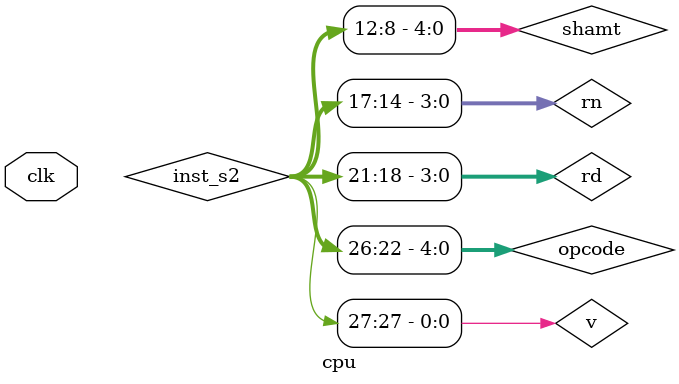
<source format=v>
/*
 * cpu. - five stage MIPS CPU.
 *
 * Many variables (wires) pass through several stages.
 * The naming convention used for each stage is
 * accomplished by appending the stage number (_s<num>).
 * For example the variable named "data" which is
 * in stage 2 and stage 3 would be named as follows.
 *
 * wire data_s2;
 * wire data_s3;
 *	
 * If the stage number is omitted it is assumed to
 * be at the stage at which the variable is first
 * established.
 */

`include "regr.v"
`include "im.v"
`include "regm.v"
`include "control.v"
`include "alu_8.v"
`include "alu_32.v"
`include "dm.v"

`ifndef DEBUG_CPU_STAGES
`define DEBUG_CPU_STAGES 0
`endif

module cpu(
		input wire clk);

	parameter NMEM = 20;  // number in instruction memory
	parameter IM_DATA = "im_data.txt";

	// {{{ diagnostic outputs
	initial begin
		if (`DEBUG_CPU_STAGES) begin
			$display("if_pc,    if_instr, id_regrs, id_regrt, ex_alua,  ex_alub,  ex_aluctl, mem_memdata, mem_memread, mem_memwrite, wb_regdata, wb_regwrite");
			$monitor("%x, %x, %x, %x, %x, %x, %x,         %x,    %x,           %x,            %x,   %x",
					pc,				/* if_pc */
					inst,			/* if_instr */
					data1,			/* id_regrs */
					data2,			/* id_regrt */
					data1_s3,		/* data1_s3 */
					alusrc_data2,	/* alusrc_data2 */
					aluctl,			/* ex_aluctl */
					data2_s4,		/* mem_memdata */
					memread_s4,		/* mem_memread */
					memwrite_s4,	/* mem_memwrite */
					wrdata_s5,		/* wb_regdata */
					regwrite_s5		/* wb_regwrite */
				);
		end
	end
	// }}}

	// {{{ flush control
	reg flush_s1, flush_s2, flush_s3;
	always @(*) begin
		flush_s1 <= 1'b0;
		flush_s2 <= 1'b0;
		flush_s3 <= 1'b0;
		if (jump_s4) begin
			flush_s1 <= 1'b1;
			flush_s2 <= 1'b1;
			flush_s3 <= 1'b1;
		end
	end
	// }}}

	// {{{ stage 1, IF (fetch)

	reg  [31:0] pc;
	initial begin
		pc <= 32'd0;
	end

	wire [31:0] pc4;  // PC + 4
	assign pc4 = pc + 4;

	always @(posedge clk) begin
		if (jump_s4 && zero_s4)
			pc <=  jaddr_s4;
		if (stall_s1_s2) 
			pc <= pc;
		else
			pc <= pc4;
	end

	// pass PC + 4 to stage 2
	wire [31:0] pc4_s2;
	regr #(.N(32)) regr_pc4_s2(.clk(clk),
						.hold(stall_s1_s2), .clear(flush_s1),
						.in(pc4), .out(pc4_s2));

	// instruction memory
	wire [31:0] inst;
	wire [31:0] inst_s2;
	im #(.NMEM(NMEM), .IM_DATA(IM_DATA))
		im1(.clk(clk), .addr(pc), .data(inst));
	regr #(.N(32)) regr_im_s2(.clk(clk),
						.hold(stall_s1_s2), .clear(flush_s1),
						.in(inst), .out(inst_s2));

	// }}}

	// {{{ stage 2, ID (decode)

	// decode instruction
	wire 		v;
	wire [4:0]  opcode;
	wire [3:0]  rd;
	wire [3:0]  rn;
	wire [3:0]  rm;
	wire 		i; 
	wire [7:0] imm;
	wire [4:0]  shamt;
	wire [31:0] shimm;  // shifted immediate
	//
	assign v 		 = inst_s2[27];
	assign opcode   = inst_s2[26:22];
	assign rd       = inst_s2[21:18];
	assign rn       = inst_s2[17:14];
	assign i 		= inst_s2[13];
	assign shamt    = inst_s2[12:8];
	assign imm      = inst_s2[7:0];
	assign rm       = inst_s2[3:0];
	assign shimm 	= inst_s2[7:0] << shamt;

	// register memory
	wire [31:0] data1, data2;
	regm regm1(.clk(clk), .read1(rn), .read2(rm),
			.data1(data1), .data2(data2),
			.regwrite(regwrite_s5), .wrreg(wrreg_s5),
			.wrdata(wrdata_s5));

	// pass rm to stage 3 (for forwarding)
	wire [3:0] rm_s3;
	regr #(.N(5)) regr_s2_rm(.clk(clk), .clear(1'b0), .hold(stall_s1_s2),
				.in(rm), .out(rm_s3));

	// transfer register data to stage 3
	wire [31:0]	data1_s3, data2_s3;
	regr #(.N(64)) reg_s2_mem(.clk(clk), .clear(flush_s2), .hold(stall_s1_s2),
				.in({data1, data2}),
				.out({data1_s3, data2_s3}));

	// transfer shimm, rn, and rd to stage 3
	wire [31:0] shimm_s3;
	wire [3:0] 	rn_s3;
	wire [3:0] 	rd_s3;
	regr #(.N(32)) reg_s2_shimm(.clk(clk), .clear(flush_s2), .hold(stall_s1_s2),
						.in(shimm), .out(shimm_s3));
	regr #(.N(8)) reg_s2_rt_rd(.clk(clk), .clear(flush_s2), .hold(stall_s1_s2),
						.in({rn, rd}), .out({rn_s3, rd_s3}));

	// transfer PC + 4 to stage 3
	wire [31:0] pc4_s3;
	regr #(.N(32)) reg_pc4_s2(.clk(clk), .clear(1'b0), .hold(stall_s1_s2),
						.in(pc4_s2), .out(pc4_s3));

	// control (opcode -> ...)
	wire		memread;
	wire		memwrite;
	wire		memtoreg;
	wire [1:0]	aluop;
	wire		regwrite;
	wire		alusrc;
	wire		jump_s2;
	//
	control ctl1(.opcode(opcode),
				.memread(memread),
				.memtoreg(memtoreg), .aluop(aluop),
				.memwrite(memwrite),
				.regwrite(regwrite), .jump(jump_s2));


	// transfer the control signals to stage 3
	wire		memread_s3;
	wire		memwrite_s3;
	wire		memtoreg_s3;
	wire [1:0]	aluop_s3;
	wire		regwrite_s3;
	wire		alusrc_s3;
	wire		vect_op_s3;
	// A bubble is inserted by setting all the control signals
	// to zero (stall_s1_s2).
	regr #(.N(7)) reg_s2_control(.clk(clk), .clear(stall_s1_s2), .hold(1'b0),
			.in({memread, memwrite,
					memtoreg, aluop, regwrite, i, v}),
			.out({memread_s3, memwrite_s3,
					memtoreg_s3, aluop_s3, regwrite_s3, alusrc_s3, vect_op_s3}));
					
	wire jump_s3;
	regr #(.N(1)) reg_jump_s3(.clk(clk), .clear(flush_s2), .hold(1'b0),
				.in(jump_s2),
				.out(jump_s3));
	
	wire [31:0] jaddr_s3;
	regr #(.N(32)) reg_jaddr_s3(.clk(clk), .clear(flush_s2), .hold(1'b0),
				.in(shimm), .out(jaddr_s3));

	// }}}

	// {{{ stage 3, EX (execute)

	// pass through some control signals to stage 4
	wire regwrite_s4;
	wire memtoreg_s4;
	wire memread_s4;
	wire memwrite_s4;
	regr #(.N(4)) reg_s3(.clk(clk), .clear(flush_s2), .hold(1'b0),
				.in({regwrite_s3, memtoreg_s3, memread_s3,
						memwrite_s3}),
				.out({regwrite_s4, memtoreg_s4, memread_s4,
						memwrite_s4}));

	// ALU
	// second ALU input can come from an immediate value or data
	wire [31:0] alusrc_data2;
	assign alusrc_data2 = (alusrc_s3) ? shimm_s3 : data2_s3;
	

	// ALU Int
	wire [31:0]	alurslt_int;
	wire zero_s3;
	alu_32 alu_int(.ctl(aluop_s3), .a(data1_s3), .b(alusrc_data2), .out(alurslt_int),
									.zero(zero_s3));
									
	// ALU 1
	wire [7:0]	alurslt1;
	alu_8 alu_1(.ctl(aluop_s3), .a(data1_s3[7:0]), .b(alusrc_data2[7:0]), .out(alurslt1));
	
	// ALU 2
	wire [7:0]	alurslt2;
	alu_8 alu_2(.ctl(aluop_s3), .a(data1_s3[15:8]), .b(alusrc_data2[15:8]), .out(alurslt2));
	
	// ALU 3
	wire [7:0]	alurslt3;
	alu_8 alu_3(.ctl(aluop_s3), .a(data1_s3[23:16]), .b(alusrc_data2[23:16]), .out(alurslt3));
	
	// ALU 4
	wire [7:0]	alurslt4;
	alu_8 alu_4(.ctl(aluop_s3), .a(data1_s3[31:24]), .b(alusrc_data2[31:24]), .out(alurslt4));
	
	wire [31:0] alurslt;
	assign alurslt = (vect_op_s3) ? {alurslt4, alurslt3, alurslt2, alurslt1} : alurslt_int;
	
	wire zero_s4;
	regr #(.N(1)) reg_zero_s3_s4(.clk(clk), .clear(1'b0), .hold(1'b0),
					.in(zero_s3), .out(zero_s4));

	// pass ALU result and zero to stage 4
	wire [31:0]	alurslt_s4;
	regr #(.N(32)) reg_alurslt(.clk(clk), .clear(flush_s3), .hold(1'b0),
				.in({alurslt}),
				.out({alurslt_s4}));

	// pass data2 to stage 4
	wire [31:0] data2_s4;
	regr #(.N(32)) reg_data2_s3(.clk(clk), .clear(flush_s3), .hold(1'b0),
				.in(data2_s3), .out(data2_s4));

	// write register
	wire [3:0]	wrreg_s4;
	// pass to stage 4
	regr #(.N(5)) reg_wrreg(.clk(clk), .clear(flush_s3), .hold(1'b0),
				.in(rd_s3), .out(wrreg_s4));

	wire jump_s4;
	regr #(.N(1)) reg_jump_s4(.clk(clk), .clear(flush_s3), .hold(1'b0),
				.in(jump_s3),
				.out(jump_s4));

	wire [31:0] jaddr_s4;
	regr #(.N(32)) reg_jaddr_s4(.clk(clk), .clear(flush_s3), .hold(1'b0),
				.in(jaddr_s3), .out(jaddr_s4));
	// }}}

	// {{{ stage 4, MEM (memory)

	// pass regwrite and memtoreg to stage 5
	wire regwrite_s5;
	wire memtoreg_s5;
	regr #(.N(2)) reg_regwrite_s4(.clk(clk), .clear(1'b0), .hold(1'b0),
				.in({regwrite_s4, memtoreg_s4}),
				.out({regwrite_s5, memtoreg_s5}));

	// data memory
	wire [31:0] rdata;
	dm dm1(.clk(clk), .addr(alurslt_s4[8:2]), .rd(memread_s4), .wr(memwrite_s4),
			.wdata(data2_s4), .rdata(rdata));
	// pass read data to stage 5
	wire [31:0] rdata_s5;
	regr #(.N(32)) reg_rdata_s4(.clk(clk), .clear(1'b0), .hold(1'b0),
				.in(rdata),
				.out(rdata_s5));

	// pass alurslt to stage 5
	wire [31:0] alurslt_s5;
	regr #(.N(32)) reg_alurslt_s4(.clk(clk), .clear(1'b0), .hold(1'b0),
				.in(alurslt_s4),
				.out(alurslt_s5));

	// pass wrreg to stage 5
	wire [4:0] wrreg_s5;
	regr #(.N(5)) reg_wrreg_s4(.clk(clk), .clear(1'b0), .hold(1'b0),
				.in(wrreg_s4),
				.out(wrreg_s5));
	// }}}
			
	// {{{ stage 5, WB (write back)

	wire [31:0]	wrdata_s5;
	assign wrdata_s5 = (memtoreg_s5 == 1'b1) ? rdata_s5 : alurslt_s5;

	// }}}

	// {{{ load use data hazard detection, signal stall

	/* If an operation in stage 4 (MEM) loads from memory (e.g. lw)
	 * and the operation in stage 3 (EX) depends on this value,
	 * a stall must be performed.  The memory read cannot 
	 * be forwarded because memory access is too slow.  It can
	 * be forwarded from stage 5 (WB) after a stall.
	 *
	 *   lw $1, 16($10)  ; I-type, rt_s3 = $1, memread_s3 = 1
	 *   sw $1, 32($12)  ; I-type, rt_s2 = $1, memread_s2 = 0
	 *
	 *   lw $1, 16($3)  ; I-type, rt_s3 = $1, memread_s3 = 1
	 *   sw $2, 32($1)  ; I-type, rt_s2 = $2, rs_s2 = $1, memread_s2 = 0
	 *
	 *   lw  $1, 16($3)  ; I-type, rt_s3 = $1, memread_s3 = 1
	 *   add $2, $1, $1  ; R-type, rs_s2 = $1, rt_s2 = $1, memread_s2 = 0
	 */
	reg stall_s1_s2;
	always @(*) begin
		if (memread_s3 == 1'b1 && ((rn == rn_s3) || (rm == rn_s3)) ) begin
			stall_s1_s2 <= 1'b1;  // perform a stall
		end else
			stall_s1_s2 <= 1'b0;  // no stall
	end
	// }}}

endmodule

// vim:foldmethod=marker

</source>
